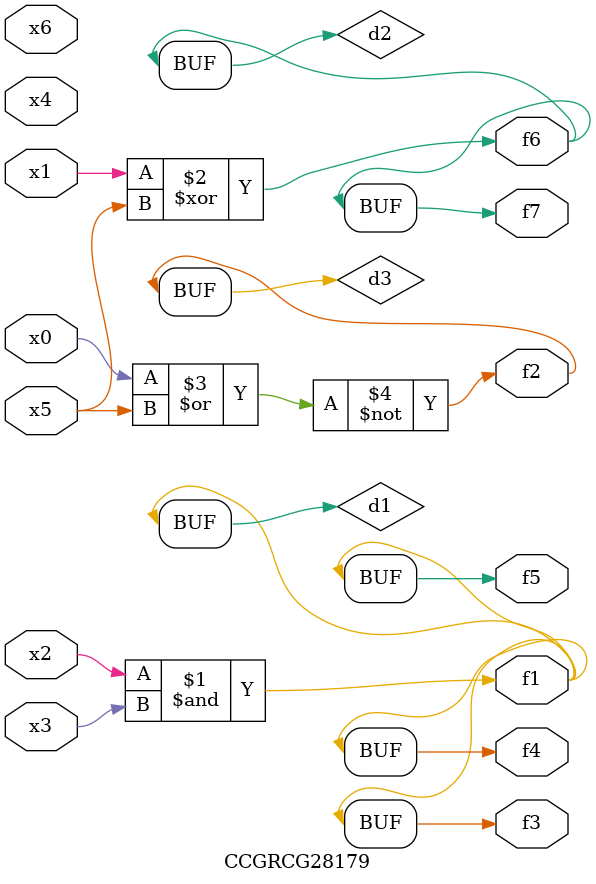
<source format=v>
module CCGRCG28179(
	input x0, x1, x2, x3, x4, x5, x6,
	output f1, f2, f3, f4, f5, f6, f7
);

	wire d1, d2, d3;

	and (d1, x2, x3);
	xor (d2, x1, x5);
	nor (d3, x0, x5);
	assign f1 = d1;
	assign f2 = d3;
	assign f3 = d1;
	assign f4 = d1;
	assign f5 = d1;
	assign f6 = d2;
	assign f7 = d2;
endmodule

</source>
